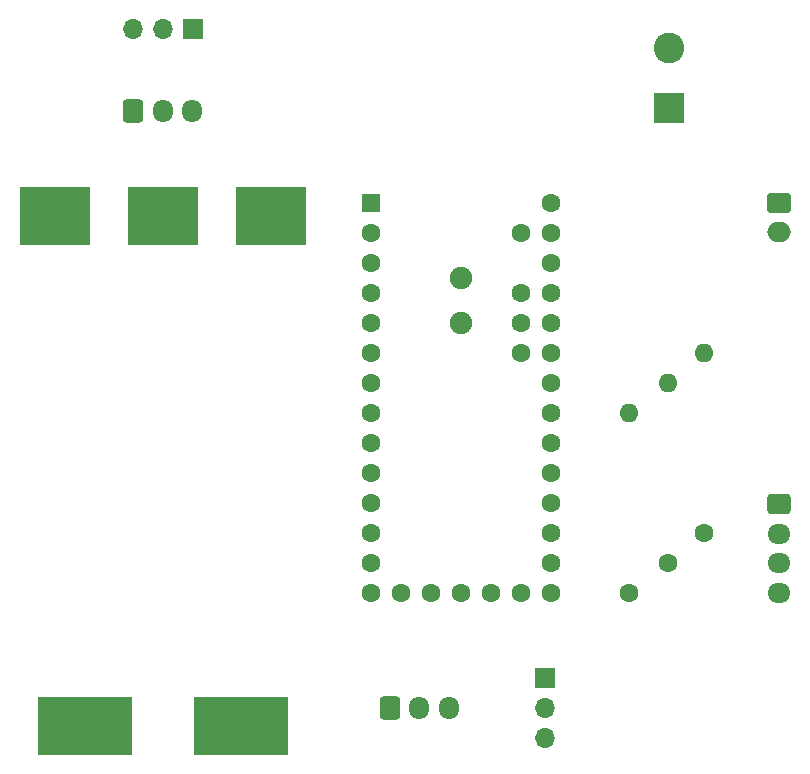
<source format=gbr>
%TF.GenerationSoftware,KiCad,Pcbnew,(6.0.5)*%
%TF.CreationDate,2022-06-17T01:03:42+02:00*%
%TF.ProjectId,seq,7365712e-6b69-4636-9164-5f7063625858,rev?*%
%TF.SameCoordinates,Original*%
%TF.FileFunction,Copper,L2,Bot*%
%TF.FilePolarity,Positive*%
%FSLAX46Y46*%
G04 Gerber Fmt 4.6, Leading zero omitted, Abs format (unit mm)*
G04 Created by KiCad (PCBNEW (6.0.5)) date 2022-06-17 01:03:42*
%MOMM*%
%LPD*%
G01*
G04 APERTURE LIST*
G04 Aperture macros list*
%AMRoundRect*
0 Rectangle with rounded corners*
0 $1 Rounding radius*
0 $2 $3 $4 $5 $6 $7 $8 $9 X,Y pos of 4 corners*
0 Add a 4 corners polygon primitive as box body*
4,1,4,$2,$3,$4,$5,$6,$7,$8,$9,$2,$3,0*
0 Add four circle primitives for the rounded corners*
1,1,$1+$1,$2,$3*
1,1,$1+$1,$4,$5*
1,1,$1+$1,$6,$7*
1,1,$1+$1,$8,$9*
0 Add four rect primitives between the rounded corners*
20,1,$1+$1,$2,$3,$4,$5,0*
20,1,$1+$1,$4,$5,$6,$7,0*
20,1,$1+$1,$6,$7,$8,$9,0*
20,1,$1+$1,$8,$9,$2,$3,0*%
G04 Aperture macros list end*
%TA.AperFunction,ComponentPad*%
%ADD10O,1.700000X1.700000*%
%TD*%
%TA.AperFunction,ComponentPad*%
%ADD11R,1.700000X1.700000*%
%TD*%
%TA.AperFunction,ComponentPad*%
%ADD12R,6.000000X5.000000*%
%TD*%
%TA.AperFunction,ComponentPad*%
%ADD13RoundRect,0.250000X-0.600000X-0.725000X0.600000X-0.725000X0.600000X0.725000X-0.600000X0.725000X0*%
%TD*%
%TA.AperFunction,ComponentPad*%
%ADD14O,1.700000X1.950000*%
%TD*%
%TA.AperFunction,ComponentPad*%
%ADD15RoundRect,0.250000X-0.725000X0.600000X-0.725000X-0.600000X0.725000X-0.600000X0.725000X0.600000X0*%
%TD*%
%TA.AperFunction,ComponentPad*%
%ADD16O,1.950000X1.700000*%
%TD*%
%TA.AperFunction,ComponentPad*%
%ADD17R,2.600000X2.600000*%
%TD*%
%TA.AperFunction,ComponentPad*%
%ADD18C,2.600000*%
%TD*%
%TA.AperFunction,ComponentPad*%
%ADD19RoundRect,0.250000X-0.750000X0.600000X-0.750000X-0.600000X0.750000X-0.600000X0.750000X0.600000X0*%
%TD*%
%TA.AperFunction,ComponentPad*%
%ADD20O,2.000000X1.700000*%
%TD*%
%TA.AperFunction,ComponentPad*%
%ADD21C,1.600000*%
%TD*%
%TA.AperFunction,ComponentPad*%
%ADD22O,1.600000X1.600000*%
%TD*%
%TA.AperFunction,ComponentPad*%
%ADD23R,8.000000X5.000000*%
%TD*%
%TA.AperFunction,ComponentPad*%
%ADD24R,1.600000X1.600000*%
%TD*%
%TA.AperFunction,ComponentPad*%
%ADD25C,1.900000*%
%TD*%
G04 APERTURE END LIST*
D10*
%TO.P,J10,3,Pin_3*%
%TO.N,unconnected-(J10-Pad3)*%
X133096000Y-121410000D03*
%TO.P,J10,2,Pin_2*%
%TO.N,Net-(J10-Pad2)*%
X133096000Y-118870000D03*
D11*
%TO.P,J10,1,Pin_1*%
%TO.N,GND*%
X133096000Y-116330000D03*
%TD*%
D10*
%TO.P,J2,3,Pin_3*%
%TO.N,unconnected-(J2-Pad3)*%
X98156000Y-61341000D03*
%TO.P,J2,2,Pin_2*%
%TO.N,/B+*%
X100696000Y-61341000D03*
D11*
%TO.P,J2,1,Pin_1*%
%TO.N,/B-*%
X103236000Y-61341000D03*
%TD*%
D12*
%TO.P,J5,1,Pin_1*%
%TO.N,/B-*%
X109851000Y-77228000D03*
%TD*%
D13*
%TO.P,J8,1,Pin_1*%
%TO.N,GND*%
X119928000Y-118855000D03*
D14*
%TO.P,J8,2,Pin_2*%
%TO.N,Net-(J10-Pad2)*%
X122428000Y-118855000D03*
%TO.P,J8,3,Pin_3*%
%TO.N,Net-(J8-Pad3)*%
X124928000Y-118855000D03*
%TD*%
D15*
%TO.P,J9,1,Pin_1*%
%TO.N,GND*%
X152908000Y-101593000D03*
D16*
%TO.P,J9,2,Pin_2*%
%TO.N,Net-(J9-Pad2)*%
X152908000Y-104093000D03*
%TO.P,J9,3,Pin_3*%
%TO.N,Net-(J9-Pad3)*%
X152908000Y-106593000D03*
%TO.P,J9,4,Pin_4*%
%TO.N,Net-(J9-Pad4)*%
X152908000Y-109093000D03*
%TD*%
D17*
%TO.P,J11,1,Pin_1*%
%TO.N,GND*%
X143561000Y-68077000D03*
D18*
%TO.P,J11,2,Pin_2*%
%TO.N,VCC*%
X143561000Y-62997000D03*
%TD*%
D19*
%TO.P,J12,1,Pin_1*%
%TO.N,VCC*%
X152908000Y-76073000D03*
D20*
%TO.P,J12,2,Pin_2*%
%TO.N,Net-(J12-Pad2)*%
X152908000Y-78573000D03*
%TD*%
D13*
%TO.P,J1,1,Pin_1*%
%TO.N,/B+*%
X98211000Y-68338000D03*
D14*
%TO.P,J1,2,Pin_2*%
%TO.N,/BM*%
X100711000Y-68338000D03*
%TO.P,J1,3,Pin_3*%
%TO.N,/B-*%
X103211000Y-68338000D03*
%TD*%
D21*
%TO.P,R3,1*%
%TO.N,Net-(J9-Pad4)*%
X140208000Y-109093000D03*
D22*
%TO.P,R3,2*%
%TO.N,Net-(R3-Pad2)*%
X140208000Y-93853000D03*
%TD*%
D23*
%TO.P,J6,1,Pin_1*%
%TO.N,Net-(J10-Pad2)*%
X94107000Y-120384000D03*
%TD*%
D21*
%TO.P,R1,1*%
%TO.N,Net-(J9-Pad2)*%
X146558000Y-104013000D03*
D22*
%TO.P,R1,2*%
%TO.N,Net-(R1-Pad2)*%
X146558000Y-88773000D03*
%TD*%
D24*
%TO.P,U1,1,GND*%
%TO.N,GND*%
X118364000Y-76073000D03*
D21*
%TO.P,U1,2,0_RX1_Touch*%
%TO.N,unconnected-(U1-Pad2)*%
X118364000Y-78613000D03*
%TO.P,U1,3,1_TX1_Touch*%
%TO.N,unconnected-(U1-Pad3)*%
X118364000Y-81153000D03*
%TO.P,U1,4,2*%
%TO.N,unconnected-(U1-Pad4)*%
X118364000Y-83693000D03*
%TO.P,U1,5,3_TX_PWM*%
%TO.N,unconnected-(U1-Pad5)*%
X118364000Y-86233000D03*
%TO.P,U1,6,4_RX_PWM*%
%TO.N,unconnected-(U1-Pad6)*%
X118364000Y-88773000D03*
%TO.P,U1,7,5_TX1_PWM*%
%TO.N,unconnected-(U1-Pad7)*%
X118364000Y-91313000D03*
%TO.P,U1,8,6_PWM*%
%TO.N,unconnected-(U1-Pad8)*%
X118364000Y-93853000D03*
%TO.P,U1,9,7_RX3_DOUT*%
%TO.N,unconnected-(U1-Pad9)*%
X118364000Y-96393000D03*
%TO.P,U1,10,8_TX3_DIN*%
%TO.N,unconnected-(U1-Pad10)*%
X118364000Y-98933000D03*
%TO.P,U1,11,9_RX2_CS_PWM*%
%TO.N,Net-(J8-Pad3)*%
X118364000Y-101473000D03*
%TO.P,U1,12,10_TX2_CS_PWM*%
%TO.N,unconnected-(U1-Pad12)*%
X118364000Y-104013000D03*
%TO.P,U1,13,11_DOUT*%
%TO.N,unconnected-(U1-Pad13)*%
X118364000Y-106553000D03*
%TO.P,U1,14,12_DIN*%
%TO.N,unconnected-(U1-Pad14)*%
X118364000Y-109093000D03*
%TO.P,U1,15,VBat*%
%TO.N,unconnected-(U1-Pad15)*%
X120904000Y-109093000D03*
%TO.P,U1,16,3.3V*%
%TO.N,unconnected-(U1-Pad16)*%
X123444000Y-109093000D03*
%TO.P,U1,17,GND*%
%TO.N,unconnected-(U1-Pad17)*%
X125984000Y-109093000D03*
%TO.P,U1,18,Program*%
%TO.N,unconnected-(U1-Pad18)*%
X128524000Y-109093000D03*
%TO.P,U1,19,A14/DAC*%
%TO.N,unconnected-(U1-Pad19)*%
X131064000Y-109093000D03*
%TO.P,U1,20,13_LED_SCK*%
%TO.N,unconnected-(U1-Pad20)*%
X133604000Y-109093000D03*
%TO.P,U1,21,14_A0_SCK*%
%TO.N,unconnected-(U1-Pad21)*%
X133604000Y-106553000D03*
%TO.P,U1,22,15_A1_CS_Touch*%
%TO.N,unconnected-(U1-Pad22)*%
X133604000Y-104013000D03*
%TO.P,U1,23,16_A2_SCL0_Touch*%
%TO.N,unconnected-(U1-Pad23)*%
X133604000Y-101473000D03*
%TO.P,U1,24,17_A3_SDA0_Touch*%
%TO.N,unconnected-(U1-Pad24)*%
X133604000Y-98933000D03*
%TO.P,U1,25,18_A4_SDA0_Touch*%
%TO.N,unconnected-(U1-Pad25)*%
X133604000Y-96393000D03*
%TO.P,U1,26,19_A5_SCL0_Touch*%
%TO.N,Net-(R3-Pad2)*%
X133604000Y-93853000D03*
%TO.P,U1,27,20_A6_CS_PWM*%
%TO.N,Net-(R2-Pad2)*%
X133604000Y-91313000D03*
%TO.P,U1,28,21_A7_RX1_CS_PWM*%
%TO.N,Net-(R1-Pad2)*%
X133604000Y-88773000D03*
%TO.P,U1,29,22_A8_Touch_PWM*%
%TO.N,unconnected-(U1-Pad29)*%
X133604000Y-86233000D03*
%TO.P,U1,30,23_A9_Touch_PWM*%
%TO.N,Net-(J12-Pad2)*%
X133604000Y-83693000D03*
%TO.P,U1,31,3.3V*%
%TO.N,unconnected-(U1-Pad31)*%
X133604000Y-81153000D03*
%TO.P,U1,32,AGND*%
%TO.N,unconnected-(U1-Pad32)*%
X133604000Y-78613000D03*
%TO.P,U1,33,Vin*%
%TO.N,VCC*%
X133604000Y-76073000D03*
%TO.P,U1,34,VUSB*%
%TO.N,unconnected-(U1-Pad34)*%
X131064000Y-78613000D03*
%TO.P,U1,35,AREF*%
%TO.N,unconnected-(U1-Pad35)*%
X131064000Y-83693000D03*
%TO.P,U1,36,A10*%
%TO.N,unconnected-(U1-Pad36)*%
X131064000Y-86233000D03*
%TO.P,U1,37,A11*%
%TO.N,unconnected-(U1-Pad37)*%
X131064000Y-88773000D03*
D25*
%TO.P,U1,38,Reset*%
%TO.N,N/C*%
X125984000Y-82423000D03*
X125984000Y-86233000D03*
%TD*%
D23*
%TO.P,J7,1,Pin_1*%
%TO.N,GND*%
X107351000Y-120384000D03*
%TD*%
D21*
%TO.P,R2,1*%
%TO.N,Net-(J9-Pad3)*%
X143510000Y-106553000D03*
D22*
%TO.P,R2,2*%
%TO.N,Net-(R2-Pad2)*%
X143510000Y-91313000D03*
%TD*%
D12*
%TO.P,J3,1,Pin_1*%
%TO.N,/B+*%
X91571000Y-77228000D03*
%TD*%
%TO.P,J4,1,Pin_1*%
%TO.N,/BM*%
X100711000Y-77228000D03*
%TD*%
M02*

</source>
